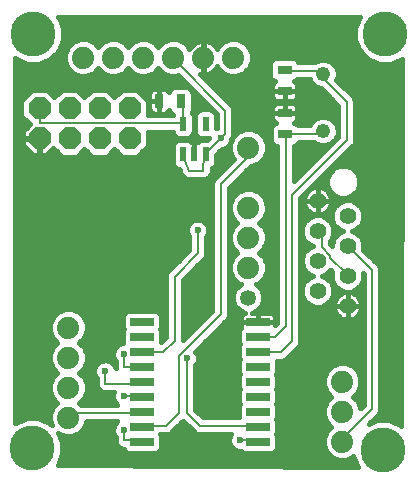
<source format=gtl>
G75*
G70*
%OFA0B0*%
%FSLAX24Y24*%
%IPPOS*%
%LPD*%
%AMOC8*
5,1,8,0,0,1.08239X$1,22.5*
%
%ADD10R,0.0472X0.0315*%
%ADD11C,0.0480*%
%ADD12R,0.0800X0.0260*%
%ADD13C,0.0740*%
%ADD14C,0.0531*%
%ADD15OC8,0.0740*%
%ADD16C,0.0560*%
%ADD17R,0.0217X0.0472*%
%ADD18R,0.0315X0.0472*%
%ADD19C,0.0079*%
%ADD20C,0.0236*%
%ADD21C,0.0160*%
%ADD22C,0.0315*%
%ADD23C,0.1502*%
D10*
X013410Y016261D03*
X013410Y016969D03*
X013400Y017711D03*
X013400Y018419D03*
D11*
X014690Y018275D03*
X014690Y016375D03*
D12*
X012510Y010015D03*
X012510Y009515D03*
X012510Y009015D03*
X012510Y008515D03*
X012510Y008015D03*
X012510Y007515D03*
X012510Y007015D03*
X012510Y006515D03*
X012510Y006015D03*
X008650Y006015D03*
X008650Y006515D03*
X008650Y007015D03*
X008650Y007515D03*
X008650Y008015D03*
X008650Y008515D03*
X008650Y009015D03*
X008650Y009515D03*
X008650Y010015D03*
D13*
X006190Y009825D03*
X006190Y008825D03*
X006190Y007825D03*
X006190Y006825D03*
X012190Y011825D03*
X012190Y012825D03*
X012190Y013825D03*
X012190Y015825D03*
X011690Y018825D03*
X010690Y018825D03*
X009690Y018825D03*
X008690Y018825D03*
X007690Y018825D03*
X006690Y018825D03*
X015320Y008025D03*
X015320Y007025D03*
X015320Y006025D03*
D14*
X012190Y010825D03*
D15*
X008230Y016135D03*
X008230Y017135D03*
X007230Y017135D03*
X007230Y016135D03*
X006230Y016135D03*
X006230Y017135D03*
X005230Y017135D03*
X005230Y016135D03*
D16*
X014500Y014045D03*
X014500Y013045D03*
X014500Y012045D03*
X014500Y011045D03*
X015500Y010545D03*
X015500Y011545D03*
X015500Y012545D03*
X015500Y013545D03*
D17*
X010764Y015593D03*
X010390Y015593D03*
X010015Y015593D03*
X010015Y016617D03*
X010764Y016617D03*
D18*
X009934Y017375D03*
X009225Y017375D03*
D19*
X009934Y017375D02*
X009940Y017335D01*
X010010Y017265D01*
X010010Y016635D01*
X010015Y016617D01*
X010010Y016635D02*
X005250Y016635D01*
X005250Y017125D01*
X005230Y017135D01*
X009690Y018825D02*
X009730Y018805D01*
X009730Y018735D01*
X011410Y017055D01*
X011410Y016285D01*
X011270Y016145D01*
X010780Y015655D01*
X010764Y015593D01*
X010710Y015585D01*
X010695Y015056D01*
X010205Y015056D01*
X010080Y015375D01*
X010080Y015585D01*
X010015Y015593D01*
X011270Y014605D02*
X012180Y015515D01*
X012180Y015795D01*
X012190Y015825D01*
X011270Y014605D02*
X011270Y010265D01*
X010780Y009775D01*
X009870Y008865D01*
X009870Y006969D01*
X009455Y006555D01*
X008680Y006555D01*
X008650Y006515D01*
X008610Y006975D02*
X008650Y007015D01*
X008610Y006975D02*
X006230Y006975D01*
X006230Y006835D01*
X006190Y006825D01*
X007420Y007955D02*
X007420Y008375D01*
X007420Y007955D02*
X008610Y007955D01*
X008650Y008015D01*
X008650Y008515D02*
X008050Y008515D01*
X008050Y008935D01*
X008650Y009015D02*
X008680Y009005D01*
X009346Y009005D01*
X009730Y009388D01*
X009730Y011525D01*
X010500Y012295D01*
X010500Y013065D01*
X012510Y009515D02*
X012530Y009495D01*
X013065Y009495D01*
X013440Y009870D01*
X013440Y016215D01*
X013410Y016261D01*
X013440Y016285D01*
X014630Y016285D01*
X014630Y016355D01*
X014690Y016375D01*
X015470Y016075D02*
X015470Y017335D01*
X014700Y018105D01*
X014700Y018245D01*
X014690Y018275D01*
X014630Y018315D01*
X014630Y018385D01*
X013440Y018385D01*
X013400Y018419D01*
X015470Y016075D02*
X013650Y014255D01*
X013650Y009376D01*
X013278Y009005D01*
X012530Y009005D01*
X012510Y009015D01*
X012460Y006555D02*
X010567Y006555D01*
X010150Y006972D01*
X010150Y008795D01*
X008650Y007515D02*
X008610Y007535D01*
X008050Y007535D01*
X008050Y006415D02*
X008050Y006065D01*
X008610Y006065D01*
X008650Y006015D01*
X011900Y006065D02*
X012460Y006065D01*
X012510Y006015D01*
X012510Y006515D02*
X012460Y006555D01*
X015320Y007025D02*
X015330Y007045D01*
X015330Y006135D02*
X015330Y006065D01*
X015320Y006025D01*
X015330Y006135D02*
X016310Y007115D01*
X016310Y011735D01*
X015500Y012545D01*
X014910Y012225D02*
X014910Y012155D01*
X015470Y011595D01*
X015500Y011545D01*
X014910Y012225D02*
X014630Y012505D01*
X014630Y012925D01*
X014560Y012995D01*
X014500Y013045D01*
D20*
X011270Y016145D03*
X010500Y013065D03*
X008050Y008935D03*
X007420Y008375D03*
X008050Y007535D03*
X008050Y006415D03*
X010150Y008795D03*
X011900Y006065D03*
D21*
X011948Y005707D02*
X011974Y005682D01*
X012062Y005645D01*
X012957Y005645D01*
X013045Y005682D01*
X013113Y005749D01*
X013149Y005837D01*
X013149Y006193D01*
X013120Y006265D01*
X013149Y006337D01*
X013149Y006693D01*
X013120Y006765D01*
X013149Y006837D01*
X013149Y007193D01*
X013120Y007265D01*
X013149Y007337D01*
X013149Y007693D01*
X013120Y007765D01*
X013149Y007837D01*
X013149Y008193D01*
X013120Y008265D01*
X013149Y008337D01*
X013149Y008693D01*
X013136Y008726D01*
X013334Y008726D01*
X013436Y008768D01*
X013515Y008847D01*
X013808Y009140D01*
X013886Y009218D01*
X013929Y009321D01*
X013929Y014139D01*
X015628Y015838D01*
X015706Y015917D01*
X015749Y016019D01*
X015749Y017391D01*
X015706Y017493D01*
X015126Y018074D01*
X015169Y018180D01*
X015169Y018370D01*
X015096Y018547D01*
X014961Y018682D01*
X014785Y018755D01*
X014594Y018755D01*
X014418Y018682D01*
X014400Y018664D01*
X013859Y018664D01*
X013839Y018713D01*
X013772Y018780D01*
X013683Y018817D01*
X013116Y018817D01*
X013027Y018780D01*
X012960Y018713D01*
X012923Y018625D01*
X012923Y018214D01*
X012960Y018126D01*
X013027Y018058D01*
X013089Y018033D01*
X013053Y018012D01*
X013019Y017979D01*
X012996Y017938D01*
X012983Y017892D01*
X012983Y017711D01*
X013399Y017711D01*
X013399Y017711D01*
X012983Y017711D01*
X012983Y017529D01*
X012996Y017484D01*
X013019Y017443D01*
X011417Y017443D01*
X011575Y017285D02*
X013086Y017285D01*
X013104Y017295D02*
X013063Y017271D01*
X013029Y017237D01*
X013006Y017196D01*
X012993Y017151D01*
X012993Y016969D01*
X012993Y016788D01*
X013006Y016742D01*
X013029Y016701D01*
X013063Y016668D01*
X013099Y016647D01*
X013037Y016622D01*
X012970Y016554D01*
X012933Y016466D01*
X012933Y016055D01*
X012970Y015967D01*
X013037Y015900D01*
X013126Y015863D01*
X013160Y015863D01*
X013160Y009986D01*
X013089Y009915D01*
X013089Y010015D01*
X013089Y010169D01*
X013077Y010214D01*
X013054Y010256D01*
X013020Y010289D01*
X012979Y010313D01*
X012933Y010325D01*
X012510Y010325D01*
X012510Y010015D01*
X013089Y010015D01*
X012510Y010015D01*
X012510Y010015D01*
X012509Y010015D01*
X011930Y010015D01*
X011930Y009861D01*
X011942Y009816D01*
X011906Y009781D01*
X011870Y009693D01*
X011870Y009337D01*
X011899Y009265D01*
X011870Y009193D01*
X011870Y008837D01*
X011899Y008765D01*
X011870Y008693D01*
X011870Y008337D01*
X011899Y008265D01*
X011870Y008193D01*
X011870Y007837D01*
X011899Y007765D01*
X011870Y007693D01*
X011870Y007337D01*
X011899Y007265D01*
X011870Y007193D01*
X011870Y006837D01*
X011871Y006834D01*
X010682Y006834D01*
X010429Y007088D01*
X010429Y008568D01*
X010453Y008592D01*
X010508Y008724D01*
X010508Y008866D01*
X010453Y008998D01*
X010425Y009026D01*
X010938Y009538D01*
X011506Y010107D01*
X011549Y010209D01*
X011549Y014489D01*
X012275Y015215D01*
X012311Y015215D01*
X012535Y015308D01*
X012707Y015479D01*
X012799Y015704D01*
X012799Y015946D01*
X012707Y016171D01*
X012535Y016342D01*
X012311Y016435D01*
X012068Y016435D01*
X011844Y016342D01*
X011672Y016171D01*
X011580Y015946D01*
X011580Y015704D01*
X011672Y015479D01*
X011711Y015441D01*
X011033Y014763D01*
X010990Y014661D01*
X010990Y010381D01*
X010543Y009933D01*
X010009Y009399D01*
X010009Y011409D01*
X010658Y012058D01*
X010736Y012137D01*
X010779Y012239D01*
X010779Y012838D01*
X010803Y012862D01*
X010858Y012994D01*
X010858Y013136D01*
X010803Y013268D01*
X010702Y013369D01*
X010571Y013423D01*
X010428Y013423D01*
X010297Y013369D01*
X010196Y013268D01*
X010141Y013136D01*
X010141Y012994D01*
X010196Y012862D01*
X010220Y012838D01*
X010220Y012411D01*
X009493Y011683D01*
X009450Y011581D01*
X009450Y009504D01*
X009289Y009343D01*
X009289Y009693D01*
X009260Y009765D01*
X009289Y009837D01*
X009289Y010193D01*
X009253Y010281D01*
X009185Y010348D01*
X009097Y010385D01*
X008202Y010385D01*
X008114Y010348D01*
X008046Y010281D01*
X008010Y010193D01*
X008010Y009837D01*
X008039Y009765D01*
X008010Y009693D01*
X008010Y009337D01*
X008028Y009293D01*
X007978Y009293D01*
X007847Y009239D01*
X007746Y009138D01*
X007691Y009006D01*
X007691Y008864D01*
X007746Y008732D01*
X007770Y008708D01*
X007770Y008464D01*
X007723Y008578D01*
X007622Y008679D01*
X007491Y008733D01*
X007348Y008733D01*
X007217Y008679D01*
X007116Y008578D01*
X007061Y008446D01*
X007061Y008304D01*
X007116Y008172D01*
X007140Y008148D01*
X007140Y007899D01*
X007183Y007797D01*
X007261Y007718D01*
X007364Y007676D01*
X007720Y007676D01*
X007691Y007606D01*
X007691Y007464D01*
X007746Y007332D01*
X007824Y007254D01*
X006623Y007254D01*
X006552Y007325D01*
X006707Y007479D01*
X006799Y007704D01*
X006799Y007946D01*
X006707Y008171D01*
X006552Y008325D01*
X006707Y008479D01*
X006799Y008704D01*
X006799Y008946D01*
X006707Y009171D01*
X006552Y009325D01*
X006707Y009479D01*
X006799Y009704D01*
X006799Y009946D01*
X006707Y010171D01*
X006535Y010342D01*
X006311Y010435D01*
X006068Y010435D01*
X005844Y010342D01*
X005672Y010171D01*
X005580Y009946D01*
X005580Y009704D01*
X005672Y009479D01*
X005827Y009325D01*
X005672Y009171D01*
X005580Y008946D01*
X005580Y008704D01*
X005672Y008479D01*
X005827Y008325D01*
X005672Y008171D01*
X005580Y007946D01*
X005580Y007704D01*
X005672Y007479D01*
X005827Y007325D01*
X005672Y007171D01*
X005580Y006946D01*
X005580Y006704D01*
X005637Y006564D01*
X005556Y006645D01*
X005192Y006796D01*
X004797Y006796D01*
X004433Y006645D01*
X004415Y006628D01*
X004428Y018810D01*
X004463Y018775D01*
X004827Y018624D01*
X005222Y018624D01*
X005586Y018775D01*
X005865Y019054D01*
X006016Y019418D01*
X006016Y019812D01*
X005865Y020176D01*
X005853Y020189D01*
X015910Y020182D01*
X015904Y020176D01*
X015753Y019812D01*
X015753Y019418D01*
X015904Y019054D01*
X016183Y018775D01*
X016547Y018624D01*
X016942Y018624D01*
X017306Y018775D01*
X017314Y018783D01*
X017275Y006551D01*
X017241Y006585D01*
X016877Y006736D01*
X016482Y006736D01*
X016215Y006625D01*
X016546Y006957D01*
X016589Y007059D01*
X016589Y011791D01*
X016546Y011893D01*
X016468Y011972D01*
X016013Y012426D01*
X016019Y012442D01*
X016019Y012648D01*
X015940Y012840D01*
X015794Y012986D01*
X015651Y013045D01*
X015794Y013104D01*
X015940Y013250D01*
X016019Y013442D01*
X016019Y013648D01*
X015940Y013840D01*
X015794Y013986D01*
X015603Y014065D01*
X015396Y014065D01*
X015205Y013986D01*
X015059Y013840D01*
X014980Y013648D01*
X014980Y013442D01*
X015059Y013250D01*
X015205Y013104D01*
X015348Y013045D01*
X015205Y012986D01*
X015059Y012840D01*
X014980Y012648D01*
X014980Y012550D01*
X014909Y012621D01*
X014909Y012719D01*
X014940Y012750D01*
X015019Y012942D01*
X015019Y013148D01*
X014940Y013340D01*
X014794Y013486D01*
X014603Y013565D01*
X014396Y013565D01*
X014205Y013486D01*
X014059Y013340D01*
X013980Y013148D01*
X013980Y012942D01*
X014059Y012750D01*
X014205Y012604D01*
X014348Y012545D01*
X014205Y012486D01*
X014059Y012340D01*
X013980Y012148D01*
X013980Y011942D01*
X014059Y011750D01*
X014205Y011604D01*
X014348Y011545D01*
X014205Y011486D01*
X014059Y011340D01*
X013980Y011148D01*
X013980Y010942D01*
X014059Y010750D01*
X014205Y010604D01*
X014396Y010525D01*
X014603Y010525D01*
X014794Y010604D01*
X014940Y010750D01*
X015019Y010942D01*
X015019Y011148D01*
X014940Y011340D01*
X014794Y011486D01*
X014651Y011545D01*
X014794Y011604D01*
X014930Y011740D01*
X014992Y011678D01*
X014980Y011648D01*
X014980Y011442D01*
X015059Y011250D01*
X015205Y011104D01*
X015396Y011025D01*
X015603Y011025D01*
X015794Y011104D01*
X015940Y011250D01*
X016019Y011442D01*
X016019Y011630D01*
X016030Y011619D01*
X016030Y007231D01*
X015929Y007130D01*
X015929Y007146D01*
X015837Y007371D01*
X015682Y007525D01*
X015837Y007679D01*
X015929Y007904D01*
X015929Y008146D01*
X015837Y008371D01*
X015665Y008542D01*
X015441Y008635D01*
X015198Y008635D01*
X014974Y008542D01*
X014802Y008371D01*
X014710Y008146D01*
X014710Y007904D01*
X014802Y007679D01*
X014957Y007525D01*
X014802Y007371D01*
X014710Y007146D01*
X014710Y006904D01*
X014802Y006679D01*
X014957Y006525D01*
X014802Y006371D01*
X014710Y006146D01*
X014710Y005904D01*
X014802Y005679D01*
X014974Y005508D01*
X015198Y005415D01*
X015441Y005415D01*
X015665Y005508D01*
X015693Y005536D01*
X015839Y005185D01*
X005836Y005246D01*
X005986Y005608D01*
X005986Y006002D01*
X005862Y006300D01*
X006068Y006215D01*
X006311Y006215D01*
X006535Y006308D01*
X006707Y006479D01*
X006796Y006696D01*
X007824Y006696D01*
X007746Y006618D01*
X007691Y006486D01*
X007691Y006344D01*
X007746Y006212D01*
X007770Y006188D01*
X007770Y006009D01*
X007813Y005907D01*
X007891Y005828D01*
X007994Y005786D01*
X008031Y005786D01*
X008046Y005749D01*
X008114Y005682D01*
X008202Y005645D01*
X009097Y005645D01*
X009185Y005682D01*
X009253Y005749D01*
X009289Y005837D01*
X009289Y006193D01*
X009260Y006265D01*
X009264Y006276D01*
X009511Y006276D01*
X009614Y006318D01*
X009692Y006397D01*
X010011Y006716D01*
X010330Y006397D01*
X010408Y006318D01*
X010511Y006276D01*
X011604Y006276D01*
X011596Y006268D01*
X011541Y006136D01*
X011541Y005994D01*
X011596Y005862D01*
X011697Y005761D01*
X011828Y005707D01*
X011948Y005707D01*
X011811Y005714D02*
X009218Y005714D01*
X009289Y005873D02*
X011592Y005873D01*
X011541Y006031D02*
X009289Y006031D01*
X009289Y006190D02*
X011563Y006190D01*
X011870Y006982D02*
X010535Y006982D01*
X010429Y007141D02*
X011870Y007141D01*
X011885Y007299D02*
X010429Y007299D01*
X010429Y007458D02*
X011870Y007458D01*
X011870Y007616D02*
X010429Y007616D01*
X010429Y007775D02*
X011895Y007775D01*
X011870Y007933D02*
X010429Y007933D01*
X010429Y008092D02*
X011870Y008092D01*
X011893Y008250D02*
X010429Y008250D01*
X010429Y008409D02*
X011870Y008409D01*
X011870Y008567D02*
X010429Y008567D01*
X010508Y008726D02*
X011883Y008726D01*
X011870Y008884D02*
X010500Y008884D01*
X010442Y009043D02*
X011870Y009043D01*
X011873Y009201D02*
X010601Y009201D01*
X010759Y009360D02*
X011870Y009360D01*
X011870Y009518D02*
X010918Y009518D01*
X010938Y009538D02*
X010938Y009538D01*
X011076Y009677D02*
X011870Y009677D01*
X011937Y009835D02*
X011235Y009835D01*
X011393Y009994D02*
X011930Y009994D01*
X011930Y010015D02*
X012509Y010015D01*
X012509Y010015D01*
X012509Y010325D01*
X012304Y010325D01*
X012476Y010396D01*
X012618Y010539D01*
X012695Y010724D01*
X012695Y010926D01*
X012618Y011111D01*
X012476Y011254D01*
X012440Y011269D01*
X012535Y011308D01*
X012707Y011479D01*
X012799Y011704D01*
X012799Y011946D01*
X012707Y012171D01*
X012552Y012325D01*
X012707Y012479D01*
X012799Y012704D01*
X012799Y012946D01*
X012707Y013171D01*
X012552Y013325D01*
X012707Y013479D01*
X012799Y013704D01*
X012799Y013946D01*
X012707Y014171D01*
X012535Y014342D01*
X012311Y014435D01*
X012068Y014435D01*
X011844Y014342D01*
X011672Y014171D01*
X011580Y013946D01*
X011580Y013704D01*
X011672Y013479D01*
X011827Y013325D01*
X011672Y013171D01*
X011580Y012946D01*
X011580Y012704D01*
X011672Y012479D01*
X011827Y012325D01*
X011672Y012171D01*
X011580Y011946D01*
X011580Y011704D01*
X011672Y011479D01*
X011844Y011308D01*
X011939Y011269D01*
X011903Y011254D01*
X011761Y011111D01*
X011684Y010926D01*
X011684Y010724D01*
X011761Y010539D01*
X011903Y010396D01*
X012079Y010323D01*
X012040Y010313D01*
X011999Y010289D01*
X011965Y010256D01*
X011942Y010214D01*
X011930Y010169D01*
X011930Y010015D01*
X011930Y010152D02*
X011525Y010152D01*
X011549Y010311D02*
X012036Y010311D01*
X011830Y010469D02*
X011549Y010469D01*
X011549Y010628D02*
X011724Y010628D01*
X011684Y010786D02*
X011549Y010786D01*
X011549Y010945D02*
X011692Y010945D01*
X011757Y011103D02*
X011549Y011103D01*
X011549Y011262D02*
X011922Y011262D01*
X011732Y011420D02*
X011549Y011420D01*
X011549Y011579D02*
X011631Y011579D01*
X011580Y011737D02*
X011549Y011737D01*
X011549Y011896D02*
X011580Y011896D01*
X011549Y012054D02*
X011624Y012054D01*
X011549Y012213D02*
X011714Y012213D01*
X011781Y012371D02*
X011549Y012371D01*
X011549Y012530D02*
X011652Y012530D01*
X011586Y012688D02*
X011549Y012688D01*
X011549Y012847D02*
X011580Y012847D01*
X011604Y013005D02*
X011549Y013005D01*
X011549Y013164D02*
X011669Y013164D01*
X011549Y013322D02*
X011824Y013322D01*
X011672Y013481D02*
X011549Y013481D01*
X011549Y013639D02*
X011606Y013639D01*
X011580Y013798D02*
X011549Y013798D01*
X011549Y013956D02*
X011584Y013956D01*
X011549Y014115D02*
X011649Y014115D01*
X011549Y014273D02*
X011775Y014273D01*
X011549Y014432D02*
X012060Y014432D01*
X012319Y014432D02*
X013160Y014432D01*
X013160Y014590D02*
X011650Y014590D01*
X011808Y014749D02*
X013160Y014749D01*
X013160Y014907D02*
X011967Y014907D01*
X012125Y015066D02*
X013160Y015066D01*
X013160Y015224D02*
X012333Y015224D01*
X012610Y015383D02*
X013160Y015383D01*
X013160Y015541D02*
X012732Y015541D01*
X012798Y015700D02*
X013160Y015700D01*
X013160Y015858D02*
X012799Y015858D01*
X012770Y016017D02*
X012949Y016017D01*
X012933Y016175D02*
X012702Y016175D01*
X012544Y016334D02*
X012933Y016334D01*
X012944Y016492D02*
X011689Y016492D01*
X011689Y016334D02*
X011835Y016334D01*
X011689Y016229D02*
X011646Y016127D01*
X011628Y016108D01*
X011628Y016074D01*
X011573Y015942D01*
X011472Y015841D01*
X011341Y015787D01*
X011306Y015787D01*
X011112Y015592D01*
X011112Y015309D01*
X011075Y015221D01*
X011008Y015153D01*
X010976Y015141D01*
X010974Y015052D01*
X010974Y015001D01*
X010972Y014997D01*
X010972Y014993D01*
X010951Y014946D01*
X010931Y014898D01*
X010929Y014895D01*
X010927Y014891D01*
X010889Y014856D01*
X010853Y014819D01*
X010849Y014818D01*
X010846Y014815D01*
X010798Y014797D01*
X010750Y014777D01*
X010746Y014777D01*
X010742Y014775D01*
X010691Y014777D01*
X010257Y014777D01*
X010255Y014776D01*
X010202Y014777D01*
X010149Y014777D01*
X010147Y014778D01*
X010144Y014778D01*
X010095Y014799D01*
X010046Y014819D01*
X010044Y014821D01*
X010042Y014822D01*
X010005Y014861D01*
X009968Y014898D01*
X009967Y014900D01*
X009965Y014902D01*
X009945Y014952D01*
X009925Y015001D01*
X009925Y015003D01*
X009881Y015117D01*
X009859Y015117D01*
X009771Y015153D01*
X009704Y015221D01*
X009667Y015309D01*
X009667Y015877D01*
X009704Y015965D01*
X009771Y016033D01*
X009859Y016069D01*
X010171Y016069D01*
X010260Y016033D01*
X010283Y016009D01*
X010389Y016009D01*
X010389Y015593D01*
X010390Y015593D01*
X010390Y016009D01*
X010496Y016009D01*
X010519Y016033D01*
X010608Y016069D01*
X010799Y016069D01*
X010870Y016141D01*
X010608Y016141D01*
X010519Y016177D01*
X010452Y016245D01*
X010415Y016333D01*
X010415Y016901D01*
X010452Y016989D01*
X010519Y017057D01*
X010608Y017093D01*
X010920Y017093D01*
X011008Y017057D01*
X011075Y016989D01*
X011112Y016901D01*
X011112Y016467D01*
X011130Y016475D01*
X011130Y016939D01*
X009842Y018228D01*
X009811Y018215D01*
X009568Y018215D01*
X009344Y018308D01*
X009190Y018462D01*
X009035Y018308D01*
X008811Y018215D01*
X008568Y018215D01*
X008344Y018308D01*
X008190Y018462D01*
X008035Y018308D01*
X007811Y018215D01*
X007568Y018215D01*
X007344Y018308D01*
X007190Y018462D01*
X007035Y018308D01*
X006811Y018215D01*
X006568Y018215D01*
X006344Y018308D01*
X006172Y018479D01*
X006080Y018704D01*
X006080Y018946D01*
X006172Y019171D01*
X006344Y019342D01*
X006568Y019435D01*
X006811Y019435D01*
X007035Y019342D01*
X007190Y019188D01*
X007344Y019342D01*
X007568Y019435D01*
X007811Y019435D01*
X008035Y019342D01*
X008190Y019188D01*
X008344Y019342D01*
X008568Y019435D01*
X008811Y019435D01*
X009035Y019342D01*
X009190Y019188D01*
X009344Y019342D01*
X009568Y019435D01*
X009811Y019435D01*
X010035Y019342D01*
X010207Y019171D01*
X010226Y019123D01*
X010270Y019183D01*
X010331Y019245D01*
X010401Y019295D01*
X010478Y019335D01*
X010561Y019361D01*
X010646Y019375D01*
X010669Y019375D01*
X010669Y018845D01*
X010710Y018845D01*
X010710Y019375D01*
X010733Y019375D01*
X010818Y019361D01*
X010901Y019335D01*
X010978Y019295D01*
X011048Y019245D01*
X011109Y019183D01*
X011153Y019123D01*
X011172Y019171D01*
X011344Y019342D01*
X011568Y019435D01*
X011811Y019435D01*
X012035Y019342D01*
X012207Y019171D01*
X012299Y018946D01*
X012299Y018704D01*
X012207Y018479D01*
X012035Y018308D01*
X011811Y018215D01*
X011568Y018215D01*
X011344Y018308D01*
X011172Y018479D01*
X011153Y018527D01*
X011109Y018467D01*
X011048Y018405D01*
X010978Y018355D01*
X010901Y018315D01*
X010818Y018289D01*
X010733Y018275D01*
X010710Y018275D01*
X010710Y018805D01*
X010669Y018805D01*
X010669Y018275D01*
X010646Y018275D01*
X010573Y018287D01*
X011646Y017213D01*
X011689Y017111D01*
X011689Y016229D01*
X011677Y016175D02*
X011666Y016175D01*
X011609Y016017D02*
X011604Y016017D01*
X011580Y015858D02*
X011489Y015858D01*
X011581Y015700D02*
X011219Y015700D01*
X011112Y015541D02*
X011647Y015541D01*
X011652Y015383D02*
X011112Y015383D01*
X011077Y015224D02*
X011493Y015224D01*
X011335Y015066D02*
X010974Y015066D01*
X010935Y014907D02*
X011176Y014907D01*
X011027Y014749D02*
X004424Y014749D01*
X004424Y014907D02*
X009963Y014907D01*
X009901Y015066D02*
X004424Y015066D01*
X004424Y015224D02*
X009702Y015224D01*
X009667Y015383D02*
X004424Y015383D01*
X004424Y015541D02*
X005961Y015541D01*
X005977Y015525D02*
X006482Y015525D01*
X006729Y015772D01*
X006977Y015525D01*
X007482Y015525D01*
X007729Y015772D01*
X007977Y015525D01*
X008482Y015525D01*
X008839Y015882D01*
X008839Y016356D01*
X009667Y016356D01*
X009667Y016333D01*
X009704Y016245D01*
X009771Y016177D01*
X009859Y016141D01*
X010171Y016141D01*
X010260Y016177D01*
X010327Y016245D01*
X010364Y016333D01*
X010364Y016901D01*
X010327Y016989D01*
X010300Y017016D01*
X010331Y017091D01*
X010331Y017659D01*
X010295Y017747D01*
X010227Y017815D01*
X010139Y017851D01*
X009729Y017851D01*
X009640Y017815D01*
X009573Y017747D01*
X009547Y017686D01*
X009527Y017722D01*
X009493Y017755D01*
X009452Y017779D01*
X009406Y017791D01*
X009225Y017791D01*
X009044Y017791D01*
X008998Y017779D01*
X008957Y017755D01*
X008924Y017722D01*
X008900Y017681D01*
X008888Y017635D01*
X008888Y017375D01*
X008888Y017115D01*
X008900Y017069D01*
X008924Y017028D01*
X008957Y016995D01*
X008998Y016971D01*
X009044Y016959D01*
X009225Y016959D01*
X009225Y017375D01*
X008888Y017375D01*
X009225Y017375D01*
X009225Y017375D01*
X009225Y017375D01*
X009225Y017791D01*
X009225Y017375D01*
X009225Y017375D01*
X009225Y016959D01*
X009406Y016959D01*
X009452Y016971D01*
X009493Y016995D01*
X009527Y017028D01*
X009547Y017064D01*
X009573Y017003D01*
X009640Y016935D01*
X009675Y016921D01*
X009673Y016914D01*
X008839Y016914D01*
X008839Y017388D01*
X008482Y017745D01*
X007977Y017745D01*
X007729Y017498D01*
X007482Y017745D01*
X006977Y017745D01*
X006729Y017498D01*
X006482Y017745D01*
X005977Y017745D01*
X005729Y017498D01*
X005482Y017745D01*
X004977Y017745D01*
X004620Y017388D01*
X004620Y016882D01*
X004909Y016593D01*
X004680Y016363D01*
X004679Y016155D01*
X005209Y016155D01*
X005209Y016115D01*
X004680Y016115D01*
X004680Y015907D01*
X005002Y015585D01*
X005209Y015585D01*
X005209Y016115D01*
X005250Y016115D01*
X005250Y015585D01*
X005457Y015585D01*
X005687Y015815D01*
X005977Y015525D01*
X005802Y015700D02*
X005572Y015700D01*
X005250Y015700D02*
X005209Y015700D01*
X005209Y015858D02*
X005250Y015858D01*
X005250Y016017D02*
X005209Y016017D01*
X004887Y015700D02*
X004425Y015700D01*
X004425Y015858D02*
X004729Y015858D01*
X004680Y016017D02*
X004425Y016017D01*
X004425Y016175D02*
X004680Y016175D01*
X004680Y016334D02*
X004425Y016334D01*
X004425Y016492D02*
X004809Y016492D01*
X004851Y016651D02*
X004426Y016651D01*
X004426Y016809D02*
X004693Y016809D01*
X004620Y016968D02*
X004426Y016968D01*
X004426Y017126D02*
X004620Y017126D01*
X004620Y017285D02*
X004426Y017285D01*
X004426Y017443D02*
X004675Y017443D01*
X004833Y017602D02*
X004427Y017602D01*
X004427Y017760D02*
X008965Y017760D01*
X008888Y017602D02*
X008626Y017602D01*
X008784Y017443D02*
X008888Y017443D01*
X008888Y017285D02*
X008839Y017285D01*
X008839Y017126D02*
X008888Y017126D01*
X008839Y016968D02*
X009011Y016968D01*
X009225Y016968D02*
X009225Y016968D01*
X009225Y017126D02*
X009225Y017126D01*
X009225Y017285D02*
X009225Y017285D01*
X009225Y017443D02*
X009225Y017443D01*
X009225Y017602D02*
X009225Y017602D01*
X009225Y017760D02*
X009225Y017760D01*
X009485Y017760D02*
X009586Y017760D01*
X009519Y018236D02*
X008860Y018236D01*
X009121Y018394D02*
X009258Y018394D01*
X008519Y018236D02*
X007860Y018236D01*
X007519Y018236D02*
X006860Y018236D01*
X007121Y018394D02*
X007258Y018394D01*
X006519Y018236D02*
X004427Y018236D01*
X004427Y018394D02*
X006258Y018394D01*
X006142Y018553D02*
X004428Y018553D01*
X004428Y018711D02*
X004617Y018711D01*
X004427Y018077D02*
X009992Y018077D01*
X010151Y017919D02*
X004427Y017919D01*
X005432Y018711D02*
X006080Y018711D01*
X006080Y018870D02*
X005681Y018870D01*
X005839Y019028D02*
X006113Y019028D01*
X006188Y019187D02*
X005920Y019187D01*
X005986Y019345D02*
X006351Y019345D01*
X006016Y019504D02*
X015753Y019504D01*
X015753Y019662D02*
X006016Y019662D01*
X006012Y019821D02*
X015757Y019821D01*
X015822Y019979D02*
X005947Y019979D01*
X005881Y020138D02*
X015888Y020138D01*
X015783Y019345D02*
X012028Y019345D01*
X012191Y019187D02*
X015849Y019187D01*
X015930Y019028D02*
X012266Y019028D01*
X012299Y018870D02*
X016088Y018870D01*
X016337Y018711D02*
X014891Y018711D01*
X015091Y018553D02*
X017314Y018553D01*
X017314Y018711D02*
X017152Y018711D01*
X017313Y018394D02*
X015160Y018394D01*
X015169Y018236D02*
X017313Y018236D01*
X017312Y018077D02*
X015127Y018077D01*
X015281Y017919D02*
X017311Y017919D01*
X017311Y017760D02*
X015440Y017760D01*
X015598Y017602D02*
X017310Y017602D01*
X017310Y017443D02*
X015727Y017443D01*
X015749Y017285D02*
X017309Y017285D01*
X017309Y017126D02*
X015749Y017126D01*
X015749Y016968D02*
X017308Y016968D01*
X017308Y016809D02*
X015749Y016809D01*
X015749Y016651D02*
X017307Y016651D01*
X017307Y016492D02*
X015749Y016492D01*
X015749Y016334D02*
X017306Y016334D01*
X017306Y016175D02*
X015749Y016175D01*
X015748Y016017D02*
X017305Y016017D01*
X017305Y015858D02*
X015648Y015858D01*
X015628Y015838D02*
X015628Y015838D01*
X015489Y015700D02*
X017304Y015700D01*
X017304Y015541D02*
X015331Y015541D01*
X015172Y015383D02*
X017303Y015383D01*
X017303Y015224D02*
X015014Y015224D01*
X015053Y015137D02*
X014902Y014986D01*
X014821Y014789D01*
X014821Y014576D01*
X014902Y014380D01*
X015053Y014229D01*
X015249Y014148D01*
X015462Y014148D01*
X015659Y014229D01*
X015810Y014380D01*
X015891Y014576D01*
X015891Y014789D01*
X015810Y014986D01*
X015659Y015137D01*
X015462Y015218D01*
X015249Y015218D01*
X015053Y015137D01*
X014982Y015066D02*
X014855Y015066D01*
X014869Y014907D02*
X014697Y014907D01*
X014821Y014749D02*
X014538Y014749D01*
X014380Y014590D02*
X014821Y014590D01*
X014881Y014432D02*
X014750Y014432D01*
X014741Y014438D02*
X014676Y014471D01*
X014607Y014494D01*
X014536Y014505D01*
X014500Y014505D01*
X014500Y014045D01*
X014959Y014045D01*
X014959Y014081D01*
X014948Y014153D01*
X014926Y014222D01*
X014893Y014286D01*
X014850Y014345D01*
X014799Y014396D01*
X014741Y014438D01*
X014900Y014273D02*
X015009Y014273D01*
X014954Y014115D02*
X017299Y014115D01*
X017300Y014273D02*
X015703Y014273D01*
X015831Y014432D02*
X017300Y014432D01*
X017301Y014590D02*
X015891Y014590D01*
X015891Y014749D02*
X017301Y014749D01*
X017302Y014907D02*
X015842Y014907D01*
X015730Y015066D02*
X017302Y015066D01*
X017299Y013956D02*
X015824Y013956D01*
X015958Y013798D02*
X017298Y013798D01*
X017298Y013639D02*
X016019Y013639D01*
X016019Y013481D02*
X017297Y013481D01*
X017297Y013322D02*
X015970Y013322D01*
X015853Y013164D02*
X017296Y013164D01*
X017296Y013005D02*
X015748Y013005D01*
X015933Y012847D02*
X017295Y012847D01*
X017295Y012688D02*
X016003Y012688D01*
X016019Y012530D02*
X017294Y012530D01*
X017294Y012371D02*
X016069Y012371D01*
X016227Y012213D02*
X017293Y012213D01*
X017293Y012054D02*
X016386Y012054D01*
X016544Y011896D02*
X017292Y011896D01*
X017292Y011737D02*
X016589Y011737D01*
X016589Y011579D02*
X017291Y011579D01*
X017291Y011420D02*
X016589Y011420D01*
X016589Y011262D02*
X017290Y011262D01*
X017289Y011103D02*
X016589Y011103D01*
X016589Y010945D02*
X017289Y010945D01*
X017288Y010786D02*
X016589Y010786D01*
X016589Y010628D02*
X017288Y010628D01*
X017287Y010469D02*
X016589Y010469D01*
X016589Y010311D02*
X017287Y010311D01*
X017286Y010152D02*
X016589Y010152D01*
X016589Y009994D02*
X017286Y009994D01*
X017285Y009835D02*
X016589Y009835D01*
X016589Y009677D02*
X017285Y009677D01*
X017284Y009518D02*
X016589Y009518D01*
X016589Y009360D02*
X017284Y009360D01*
X017283Y009201D02*
X016589Y009201D01*
X016589Y009043D02*
X017283Y009043D01*
X017282Y008884D02*
X016589Y008884D01*
X016589Y008726D02*
X017282Y008726D01*
X017281Y008567D02*
X016589Y008567D01*
X016589Y008409D02*
X017281Y008409D01*
X017280Y008250D02*
X016589Y008250D01*
X016589Y008092D02*
X017280Y008092D01*
X017279Y007933D02*
X016589Y007933D01*
X016589Y007775D02*
X017279Y007775D01*
X017278Y007616D02*
X016589Y007616D01*
X016589Y007458D02*
X017278Y007458D01*
X017277Y007299D02*
X016589Y007299D01*
X016589Y007141D02*
X017277Y007141D01*
X017276Y006982D02*
X016557Y006982D01*
X016413Y006824D02*
X017276Y006824D01*
X017275Y006665D02*
X017048Y006665D01*
X016311Y006665D02*
X016255Y006665D01*
X015940Y007141D02*
X015929Y007141D01*
X015866Y007299D02*
X016030Y007299D01*
X016030Y007458D02*
X015750Y007458D01*
X015773Y007616D02*
X016030Y007616D01*
X016030Y007775D02*
X015876Y007775D01*
X015929Y007933D02*
X016030Y007933D01*
X016030Y008092D02*
X015929Y008092D01*
X015887Y008250D02*
X016030Y008250D01*
X016030Y008409D02*
X015799Y008409D01*
X015605Y008567D02*
X016030Y008567D01*
X016030Y008726D02*
X013136Y008726D01*
X013149Y008567D02*
X015034Y008567D01*
X014840Y008409D02*
X013149Y008409D01*
X013126Y008250D02*
X014752Y008250D01*
X014710Y008092D02*
X013149Y008092D01*
X013149Y007933D02*
X014710Y007933D01*
X014763Y007775D02*
X013124Y007775D01*
X013149Y007616D02*
X014866Y007616D01*
X014889Y007458D02*
X013149Y007458D01*
X013134Y007299D02*
X014773Y007299D01*
X014710Y007141D02*
X013149Y007141D01*
X013149Y006982D02*
X014710Y006982D01*
X014743Y006824D02*
X013144Y006824D01*
X013149Y006665D02*
X014817Y006665D01*
X014938Y006507D02*
X013149Y006507D01*
X013149Y006348D02*
X014793Y006348D01*
X014727Y006190D02*
X013149Y006190D01*
X013149Y006031D02*
X014710Y006031D01*
X014722Y005873D02*
X013149Y005873D01*
X013078Y005714D02*
X014788Y005714D01*
X014926Y005556D02*
X005964Y005556D01*
X005986Y005714D02*
X008081Y005714D01*
X007847Y005873D02*
X005986Y005873D01*
X005974Y006031D02*
X007770Y006031D01*
X007769Y006190D02*
X005908Y006190D01*
X005596Y006665D02*
X005508Y006665D01*
X005580Y006824D02*
X004416Y006824D01*
X004416Y006982D02*
X005594Y006982D01*
X005660Y007141D02*
X004416Y007141D01*
X004416Y007299D02*
X005801Y007299D01*
X005694Y007458D02*
X004416Y007458D01*
X004416Y007616D02*
X005616Y007616D01*
X005580Y007775D02*
X004417Y007775D01*
X004417Y007933D02*
X005580Y007933D01*
X005640Y008092D02*
X004417Y008092D01*
X004417Y008250D02*
X005752Y008250D01*
X005743Y008409D02*
X004417Y008409D01*
X004417Y008567D02*
X005636Y008567D01*
X005580Y008726D02*
X004418Y008726D01*
X004418Y008884D02*
X005580Y008884D01*
X005619Y009043D02*
X004418Y009043D01*
X004418Y009201D02*
X005703Y009201D01*
X005792Y009360D02*
X004418Y009360D01*
X004418Y009518D02*
X005656Y009518D01*
X005591Y009677D02*
X004418Y009677D01*
X004419Y009835D02*
X005580Y009835D01*
X005599Y009994D02*
X004419Y009994D01*
X004419Y010152D02*
X005665Y010152D01*
X005812Y010311D02*
X004419Y010311D01*
X004419Y010469D02*
X009450Y010469D01*
X009450Y010311D02*
X009223Y010311D01*
X009289Y010152D02*
X009450Y010152D01*
X009450Y009994D02*
X009289Y009994D01*
X009289Y009835D02*
X009450Y009835D01*
X009450Y009677D02*
X009289Y009677D01*
X009289Y009518D02*
X009450Y009518D01*
X009306Y009360D02*
X009289Y009360D01*
X010009Y009518D02*
X010127Y009518D01*
X010009Y009677D02*
X010286Y009677D01*
X010444Y009835D02*
X010009Y009835D01*
X010009Y009994D02*
X010603Y009994D01*
X010543Y009933D02*
X010543Y009933D01*
X010761Y010152D02*
X010009Y010152D01*
X010009Y010311D02*
X010920Y010311D01*
X010990Y010469D02*
X010009Y010469D01*
X010009Y010628D02*
X010990Y010628D01*
X010990Y010786D02*
X010009Y010786D01*
X010009Y010945D02*
X010990Y010945D01*
X010990Y011103D02*
X010009Y011103D01*
X010009Y011262D02*
X010990Y011262D01*
X010990Y011420D02*
X010020Y011420D01*
X010178Y011579D02*
X010990Y011579D01*
X010990Y011737D02*
X010337Y011737D01*
X010495Y011896D02*
X010990Y011896D01*
X010990Y012054D02*
X010654Y012054D01*
X010768Y012213D02*
X010990Y012213D01*
X010990Y012371D02*
X010779Y012371D01*
X010779Y012530D02*
X010990Y012530D01*
X010990Y012688D02*
X010779Y012688D01*
X010787Y012847D02*
X010990Y012847D01*
X010990Y013005D02*
X010858Y013005D01*
X010846Y013164D02*
X010990Y013164D01*
X010990Y013322D02*
X010749Y013322D01*
X010990Y013481D02*
X004422Y013481D01*
X004423Y013639D02*
X010990Y013639D01*
X010990Y013798D02*
X004423Y013798D01*
X004423Y013956D02*
X010990Y013956D01*
X010990Y014115D02*
X004423Y014115D01*
X004423Y014273D02*
X010990Y014273D01*
X010990Y014432D02*
X004423Y014432D01*
X004424Y014590D02*
X010990Y014590D01*
X010390Y015700D02*
X010389Y015700D01*
X010389Y015858D02*
X010390Y015858D01*
X010276Y016017D02*
X010503Y016017D01*
X010524Y016175D02*
X010255Y016175D01*
X010364Y016334D02*
X010415Y016334D01*
X010415Y016492D02*
X010364Y016492D01*
X010364Y016651D02*
X010415Y016651D01*
X010415Y016809D02*
X010364Y016809D01*
X010336Y016968D02*
X010443Y016968D01*
X010331Y017126D02*
X010943Y017126D01*
X011084Y016968D02*
X011102Y016968D01*
X011112Y016809D02*
X011130Y016809D01*
X011130Y016651D02*
X011112Y016651D01*
X011112Y016492D02*
X011130Y016492D01*
X011689Y016651D02*
X013093Y016651D01*
X012993Y016809D02*
X011689Y016809D01*
X011689Y016968D02*
X012993Y016968D01*
X012993Y016969D02*
X013409Y016969D01*
X013409Y016969D01*
X012993Y016969D01*
X012993Y017126D02*
X011682Y017126D01*
X011258Y017602D02*
X012983Y017602D01*
X012983Y017760D02*
X011100Y017760D01*
X010941Y017919D02*
X012990Y017919D01*
X013009Y018077D02*
X010783Y018077D01*
X010624Y018236D02*
X011519Y018236D01*
X011258Y018394D02*
X011032Y018394D01*
X010710Y018394D02*
X010669Y018394D01*
X010669Y018553D02*
X010710Y018553D01*
X010710Y018711D02*
X010669Y018711D01*
X010669Y018870D02*
X010710Y018870D01*
X010710Y019028D02*
X010669Y019028D01*
X010669Y019187D02*
X010710Y019187D01*
X010710Y019345D02*
X010669Y019345D01*
X010510Y019345D02*
X010028Y019345D01*
X010191Y019187D02*
X010273Y019187D01*
X010869Y019345D02*
X011351Y019345D01*
X011188Y019187D02*
X011106Y019187D01*
X011860Y018236D02*
X012923Y018236D01*
X012923Y018394D02*
X012121Y018394D01*
X012237Y018553D02*
X012923Y018553D01*
X012959Y018711D02*
X012299Y018711D01*
X013019Y017443D02*
X013053Y017409D01*
X013094Y017385D01*
X013140Y017373D01*
X013399Y017373D01*
X013399Y017711D01*
X013400Y017711D01*
X013816Y017711D01*
X013816Y017892D01*
X013803Y017938D01*
X013780Y017979D01*
X013746Y018012D01*
X013710Y018033D01*
X013772Y018058D01*
X013819Y018106D01*
X014240Y018106D01*
X014283Y018003D01*
X014418Y017868D01*
X014594Y017795D01*
X014614Y017795D01*
X015190Y017219D01*
X015190Y016191D01*
X013719Y014719D01*
X013719Y015874D01*
X013782Y015900D01*
X013849Y015967D01*
X013865Y016006D01*
X014380Y016006D01*
X014418Y015968D01*
X014594Y015895D01*
X014785Y015895D01*
X014961Y015968D01*
X015096Y016103D01*
X015169Y016280D01*
X015169Y016470D01*
X015096Y016647D01*
X014961Y016782D01*
X014785Y016855D01*
X014594Y016855D01*
X014418Y016782D01*
X014283Y016647D01*
X014248Y016564D01*
X013839Y016564D01*
X013782Y016622D01*
X013720Y016647D01*
X013756Y016668D01*
X013790Y016701D01*
X013813Y016742D01*
X013826Y016788D01*
X013826Y016969D01*
X013410Y016969D01*
X013410Y016969D01*
X013826Y016969D01*
X013826Y017151D01*
X013813Y017196D01*
X013790Y017237D01*
X013756Y017271D01*
X013715Y017295D01*
X013669Y017307D01*
X013410Y017307D01*
X013410Y016969D01*
X013409Y016969D01*
X013409Y017307D01*
X013150Y017307D01*
X013104Y017295D01*
X013400Y017373D02*
X013659Y017373D01*
X013705Y017385D01*
X013746Y017409D01*
X013780Y017443D01*
X014966Y017443D01*
X014808Y017602D02*
X013816Y017602D01*
X013816Y017529D02*
X013816Y017711D01*
X013400Y017711D01*
X013400Y017711D01*
X013400Y017373D01*
X013399Y017443D02*
X013400Y017443D01*
X013399Y017602D02*
X013400Y017602D01*
X013409Y017285D02*
X013410Y017285D01*
X013409Y017126D02*
X013410Y017126D01*
X013733Y017285D02*
X015125Y017285D01*
X015190Y017126D02*
X013826Y017126D01*
X013826Y016968D02*
X015190Y016968D01*
X015190Y016809D02*
X014896Y016809D01*
X015093Y016651D02*
X015190Y016651D01*
X015190Y016492D02*
X015161Y016492D01*
X015169Y016334D02*
X015190Y016334D01*
X015174Y016175D02*
X015126Y016175D01*
X015016Y016017D02*
X015010Y016017D01*
X014857Y015858D02*
X013719Y015858D01*
X013719Y015700D02*
X014699Y015700D01*
X014540Y015541D02*
X013719Y015541D01*
X013719Y015383D02*
X014382Y015383D01*
X014223Y015224D02*
X013719Y015224D01*
X013719Y015066D02*
X014065Y015066D01*
X013906Y014907D02*
X013719Y014907D01*
X013719Y014749D02*
X013748Y014749D01*
X014149Y014345D02*
X014106Y014286D01*
X014073Y014222D01*
X014051Y014153D01*
X014040Y014081D01*
X014039Y014045D01*
X014499Y014045D01*
X014040Y014045D01*
X014040Y014009D01*
X014051Y013937D01*
X014073Y013868D01*
X014106Y013804D01*
X014149Y013745D01*
X014200Y013694D01*
X014258Y013652D01*
X014323Y013619D01*
X014392Y013596D01*
X014463Y013585D01*
X014499Y013585D01*
X014499Y014045D01*
X014499Y014045D01*
X014499Y014505D01*
X014463Y014505D01*
X014392Y014494D01*
X014323Y014471D01*
X014258Y014438D01*
X014200Y014396D01*
X014149Y014345D01*
X014099Y014273D02*
X014063Y014273D01*
X014045Y014115D02*
X013929Y014115D01*
X013929Y013956D02*
X014048Y013956D01*
X014111Y013798D02*
X013929Y013798D01*
X013929Y013639D02*
X014283Y013639D01*
X014200Y013481D02*
X013929Y013481D01*
X013929Y013322D02*
X014051Y013322D01*
X013986Y013164D02*
X013929Y013164D01*
X013929Y013005D02*
X013980Y013005D01*
X014019Y012847D02*
X013929Y012847D01*
X013929Y012688D02*
X014121Y012688D01*
X014310Y012530D02*
X013929Y012530D01*
X013929Y012371D02*
X014090Y012371D01*
X014006Y012213D02*
X013929Y012213D01*
X013929Y012054D02*
X013980Y012054D01*
X013999Y011896D02*
X013929Y011896D01*
X013929Y011737D02*
X014072Y011737D01*
X013929Y011579D02*
X014267Y011579D01*
X014139Y011420D02*
X013929Y011420D01*
X013929Y011262D02*
X014026Y011262D01*
X013980Y011103D02*
X013929Y011103D01*
X013929Y010945D02*
X013980Y010945D01*
X013929Y010786D02*
X014044Y010786D01*
X013929Y010628D02*
X014182Y010628D01*
X013929Y010469D02*
X015046Y010469D01*
X015051Y010437D02*
X015073Y010368D01*
X015106Y010304D01*
X015149Y010245D01*
X015200Y010194D01*
X015258Y010152D01*
X013929Y010152D01*
X013929Y009994D02*
X016030Y009994D01*
X016030Y010152D02*
X015741Y010152D01*
X015799Y010194D01*
X015850Y010245D01*
X015893Y010304D01*
X015926Y010368D01*
X015948Y010437D01*
X015959Y010509D01*
X015959Y010545D01*
X015959Y010581D01*
X015948Y010653D01*
X015926Y010722D01*
X015893Y010786D01*
X016030Y010786D01*
X015893Y010786D02*
X015850Y010845D01*
X015799Y010896D01*
X015741Y010938D01*
X015676Y010971D01*
X015607Y010994D01*
X015536Y011005D01*
X015500Y011005D01*
X015500Y010545D01*
X015959Y010545D01*
X015500Y010545D01*
X015500Y010545D01*
X015499Y010545D01*
X015040Y010545D01*
X015040Y010509D01*
X015051Y010437D01*
X015039Y010545D02*
X015499Y010545D01*
X015499Y010545D01*
X015499Y011005D01*
X015463Y011005D01*
X015392Y010994D01*
X015323Y010971D01*
X015258Y010938D01*
X015200Y010896D01*
X015149Y010845D01*
X015106Y010786D01*
X014955Y010786D01*
X015073Y010722D02*
X015051Y010653D01*
X015040Y010581D01*
X015039Y010545D01*
X015047Y010628D02*
X014817Y010628D01*
X015073Y010722D02*
X015106Y010786D01*
X015019Y010945D02*
X015270Y010945D01*
X015208Y011103D02*
X015019Y011103D01*
X015054Y011262D02*
X014973Y011262D01*
X014988Y011420D02*
X014860Y011420D01*
X014980Y011579D02*
X014732Y011579D01*
X014927Y011737D02*
X014932Y011737D01*
X015499Y010945D02*
X015500Y010945D01*
X015499Y010786D02*
X015500Y010786D01*
X015499Y010628D02*
X015500Y010628D01*
X015500Y010545D02*
X015500Y010085D01*
X015536Y010085D01*
X015607Y010096D01*
X015676Y010119D01*
X015741Y010152D01*
X015896Y010311D02*
X016030Y010311D01*
X016030Y010469D02*
X015953Y010469D01*
X015952Y010628D02*
X016030Y010628D01*
X016030Y010945D02*
X015729Y010945D01*
X015791Y011103D02*
X016030Y011103D01*
X016030Y011262D02*
X015945Y011262D01*
X016011Y011420D02*
X016030Y011420D01*
X016019Y011579D02*
X016030Y011579D01*
X015500Y010545D02*
X015499Y010545D01*
X015499Y010085D01*
X015463Y010085D01*
X015392Y010096D01*
X015323Y010119D01*
X015258Y010152D01*
X015103Y010311D02*
X013929Y010311D01*
X013929Y009835D02*
X016030Y009835D01*
X016030Y009677D02*
X013929Y009677D01*
X013929Y009518D02*
X016030Y009518D01*
X016030Y009360D02*
X013929Y009360D01*
X013869Y009201D02*
X016030Y009201D01*
X016030Y009043D02*
X013711Y009043D01*
X013808Y009140D02*
X013808Y009140D01*
X013552Y008884D02*
X016030Y008884D01*
X015499Y010152D02*
X015500Y010152D01*
X015499Y010311D02*
X015500Y010311D01*
X015499Y010469D02*
X015500Y010469D01*
X014996Y012688D02*
X014909Y012688D01*
X014980Y012847D02*
X015066Y012847D01*
X015019Y013005D02*
X015251Y013005D01*
X015146Y013164D02*
X015013Y013164D01*
X015029Y013322D02*
X014948Y013322D01*
X014980Y013481D02*
X014799Y013481D01*
X014716Y013639D02*
X014980Y013639D01*
X014850Y013745D02*
X014799Y013694D01*
X014741Y013652D01*
X014676Y013619D01*
X014607Y013596D01*
X014536Y013585D01*
X014500Y013585D01*
X014500Y014045D01*
X014500Y014045D01*
X014959Y014045D01*
X014959Y014009D01*
X014948Y013937D01*
X014926Y013868D01*
X014893Y013804D01*
X014850Y013745D01*
X014888Y013798D02*
X015041Y013798D01*
X014951Y013956D02*
X015175Y013956D01*
X014500Y013956D02*
X014499Y013956D01*
X014499Y014045D02*
X014500Y014045D01*
X014499Y014045D01*
X014499Y014115D02*
X014500Y014115D01*
X014499Y014273D02*
X014500Y014273D01*
X014499Y014432D02*
X014500Y014432D01*
X014249Y014432D02*
X014221Y014432D01*
X014499Y013798D02*
X014500Y013798D01*
X014499Y013639D02*
X014500Y013639D01*
X013160Y013639D02*
X012773Y013639D01*
X012799Y013798D02*
X013160Y013798D01*
X013160Y013956D02*
X012795Y013956D01*
X012730Y014115D02*
X013160Y014115D01*
X013160Y014273D02*
X012604Y014273D01*
X012707Y013481D02*
X013160Y013481D01*
X013160Y013322D02*
X012555Y013322D01*
X012710Y013164D02*
X013160Y013164D01*
X013160Y013005D02*
X012775Y013005D01*
X012799Y012847D02*
X013160Y012847D01*
X013160Y012688D02*
X012793Y012688D01*
X012727Y012530D02*
X013160Y012530D01*
X013160Y012371D02*
X012598Y012371D01*
X012665Y012213D02*
X013160Y012213D01*
X013160Y012054D02*
X012755Y012054D01*
X012799Y011896D02*
X013160Y011896D01*
X013160Y011737D02*
X012799Y011737D01*
X012748Y011579D02*
X013160Y011579D01*
X013160Y011420D02*
X012647Y011420D01*
X012457Y011262D02*
X013160Y011262D01*
X013160Y011103D02*
X012622Y011103D01*
X012687Y010945D02*
X013160Y010945D01*
X013160Y010786D02*
X012695Y010786D01*
X012655Y010628D02*
X013160Y010628D01*
X013160Y010469D02*
X012549Y010469D01*
X012509Y010311D02*
X012510Y010311D01*
X012509Y010152D02*
X012510Y010152D01*
X012983Y010311D02*
X013160Y010311D01*
X013160Y010152D02*
X013089Y010152D01*
X013089Y009994D02*
X013160Y009994D01*
X013515Y008847D02*
X013515Y008847D01*
X010379Y006348D02*
X009644Y006348D01*
X009802Y006507D02*
X010220Y006507D01*
X010062Y006665D02*
X009961Y006665D01*
X007793Y006665D02*
X006783Y006665D01*
X006718Y006507D02*
X007700Y006507D01*
X007691Y006348D02*
X006575Y006348D01*
X006578Y007299D02*
X007779Y007299D01*
X007694Y007458D02*
X006685Y007458D01*
X006763Y007616D02*
X007695Y007616D01*
X007205Y007775D02*
X006799Y007775D01*
X006799Y007933D02*
X007140Y007933D01*
X007140Y008092D02*
X006739Y008092D01*
X006627Y008250D02*
X007084Y008250D01*
X007061Y008409D02*
X006636Y008409D01*
X006743Y008567D02*
X007111Y008567D01*
X007330Y008726D02*
X006799Y008726D01*
X006799Y008884D02*
X007691Y008884D01*
X007706Y009043D02*
X006760Y009043D01*
X006676Y009201D02*
X007809Y009201D01*
X008010Y009360D02*
X006587Y009360D01*
X006723Y009518D02*
X008010Y009518D01*
X008010Y009677D02*
X006788Y009677D01*
X006799Y009835D02*
X008010Y009835D01*
X008010Y009994D02*
X006780Y009994D01*
X006714Y010152D02*
X008010Y010152D01*
X008076Y010311D02*
X006567Y010311D01*
X007509Y008726D02*
X007753Y008726D01*
X007770Y008567D02*
X007728Y008567D01*
X009450Y010628D02*
X004419Y010628D01*
X004420Y010786D02*
X009450Y010786D01*
X009450Y010945D02*
X004420Y010945D01*
X004420Y011103D02*
X009450Y011103D01*
X009450Y011262D02*
X004420Y011262D01*
X004420Y011420D02*
X009450Y011420D01*
X009450Y011579D02*
X004420Y011579D01*
X004421Y011737D02*
X009546Y011737D01*
X009705Y011896D02*
X004421Y011896D01*
X004421Y012054D02*
X009863Y012054D01*
X010022Y012213D02*
X004421Y012213D01*
X004421Y012371D02*
X010180Y012371D01*
X010220Y012530D02*
X004421Y012530D01*
X004422Y012688D02*
X010220Y012688D01*
X010212Y012847D02*
X004422Y012847D01*
X004422Y013005D02*
X010141Y013005D01*
X010153Y013164D02*
X004422Y013164D01*
X004422Y013322D02*
X010250Y013322D01*
X009667Y015541D02*
X008498Y015541D01*
X008657Y015700D02*
X009667Y015700D01*
X009667Y015858D02*
X008815Y015858D01*
X008839Y016017D02*
X009755Y016017D01*
X009776Y016175D02*
X008839Y016175D01*
X008839Y016334D02*
X009667Y016334D01*
X009608Y016968D02*
X009439Y016968D01*
X010331Y017285D02*
X010785Y017285D01*
X010626Y017443D02*
X010331Y017443D01*
X010331Y017602D02*
X010468Y017602D01*
X010309Y017760D02*
X010282Y017760D01*
X009351Y019345D02*
X009028Y019345D01*
X008351Y019345D02*
X008028Y019345D01*
X007351Y019345D02*
X007028Y019345D01*
X008121Y018394D02*
X008258Y018394D01*
X007833Y017602D02*
X007626Y017602D01*
X006833Y017602D02*
X006626Y017602D01*
X005833Y017602D02*
X005626Y017602D01*
X006657Y015700D02*
X006802Y015700D01*
X006961Y015541D02*
X006498Y015541D01*
X007498Y015541D02*
X007961Y015541D01*
X007802Y015700D02*
X007657Y015700D01*
X013726Y016651D02*
X014286Y016651D01*
X014483Y016809D02*
X013826Y016809D01*
X013780Y017443D02*
X013803Y017484D01*
X013816Y017529D01*
X013816Y017760D02*
X014649Y017760D01*
X014367Y017919D02*
X013809Y017919D01*
X013790Y018077D02*
X014252Y018077D01*
X014488Y018711D02*
X013840Y018711D01*
X004481Y006665D02*
X004415Y006665D01*
X005898Y005397D02*
X015751Y005397D01*
X015816Y005239D02*
X007105Y005239D01*
D22*
X007015Y007545D03*
D23*
X004995Y005805D03*
X016680Y005745D03*
X016745Y019615D03*
X005025Y019615D03*
M02*

</source>
